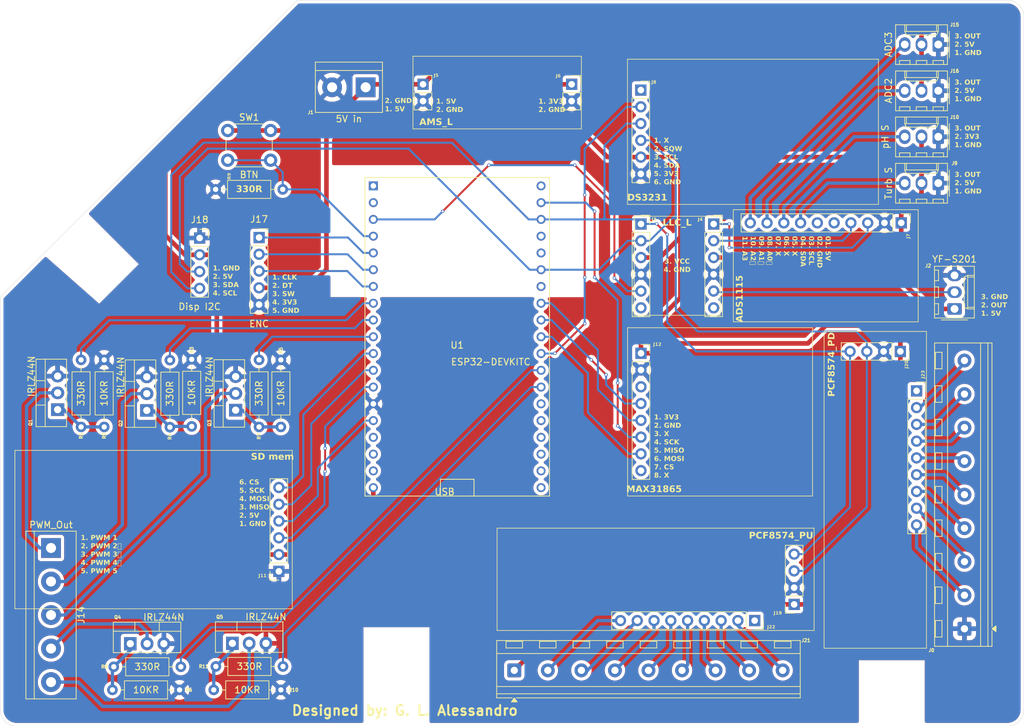
<source format=kicad_pcb>
(kicad_pcb (version 20241229) (generator "pcbnew") (generator_version "9.0")
  (layers (0 "F.Cu" signal) (2 "B.Cu" signal) (13 "F.Paste" user) (15 "B.Paste" user) (5 "F.SilkS" user "F.Silkscreen") (7 "B.SilkS" user "B.Silkscreen") (1 "F.Mask" user) (3 "B.Mask" user) (25 "Edge.Cuts" user))
  (net 0 "")
  (net 1 "/PCF_PD_7")
  (net 2 "/PCF_PD_4")
  (net 3 "+3V3")
  (net 4 "/PCF_PD_3")
  (net 5 "/PCF_PD_6")
  (net 6 "/PCF_PD_8")
  (net 7 "/PCF_PD_1")
  (net 8 "/PCF_PD_5")
  (net 9 "/PCF_PD_2")
  (net 10 "GND")
  (net 11 "+5V")
  (net 12 "/SDA_3V3")
  (net 13 "/SCL_3V3")
  (net 14 "/FM_DATA_3V3")
  (net 16 "/SDA")
  (net 17 "/SCL")
  (net 19 "/FM_DATA")
  (net 20 "/A1")
  (net 21 "/A3")
  (net 23 "/A2")
  (net 24 "/A0")
  (net 27 "/SQW")
  (net 28 "/SD_MOSI")
  (net 29 "/SD_MISO")
  (net 30 "/SD_CS")
  (net 31 "/SD_SCK")
  (net 32 "/RTD_SCK")
  (net 34 "/RTD_MOSI")
  (net 35 "/RTD_MISO")
  (net 36 "/RTD_CS")
  (net 38 "/PWM_12V_5")
  (net 39 "/PWM_12V_3")
  (net 40 "/PWM_12V_1")
  (net 41 "/PWM_12V_2")
  (net 42 "/PWM_12V_4")
  (net 43 "/ENC_SW")
  (net 44 "/ENC_DT")
  (net 45 "/ENC_CLK")
  (net 46 "/PCF_PU_3")
  (net 47 "/PCF_PU_7")
  (net 48 "/PCF_PU_4")
  (net 49 "/PCF_PU_5")
  (net 50 "/PCF_PU_2")
  (net 51 "/PCF_PU_8")
  (net 52 "/PCF_PU_1")
  (net 53 "/PCF_PU_6")
  (net 56 "Net-(Q1-G)")
  (net 57 "Net-(Q2-G)")
  (net 58 "Net-(Q3-G)")
  (net 59 "Net-(Q4-G)")
  (net 60 "Net-(Q5-G)")
  (net 61 "/PWM_1")
  (net 62 "/PWM_2")
  (net 63 "/PWM_3")
  (net 64 "/PWM_4")
  (net 65 "/BTN")
  (net 66 "/PWM_5")
  (footprint "Resistor_THT:R_Axial_DIN0207_L6.3mm_D2.5mm_P10.16mm_Horizontal" (layer "F.Cu") (at 102.66 140.95)
    (property "Reference" "R11")
    (property "Value" "330R")
  )
  (footprint "Package_TO_SOT_THT:TO-220-3_Vertical" (layer "F.Cu") (at 89.7 137.5)
    (property "Reference" "Q4")
    (property "Value" "IRLZ44N")
  )
  (footprint "Connector_PinSocket_2.54mm:PinSocket_1x04_P2.54mm_Vertical" (layer "F.Cu") (at 190.215 131.55 180)
    (property "Reference" "J19")
    (property "Value" "PCF8574_PU")
  )
  (footprint "MountingHole:MountingHole_3.2mm_M3" (layer "F.Cu") (at 205 145)
    (property "Reference" "H1" (hide yes))
    (property "Value" "-" (hide yes))
  )
  (footprint "Connector_Molex:Molex_KK-254_AE-6410-03A_1x03_P2.54mm_Vertical" (layer "F.Cu") (at 212.04 46.72 180)
    (property "Reference" "J15")
    (property "Value" "ADC3")
  )
  (footprint "TerminalBlock:TerminalBlock_bornier-2_P5.08mm" (layer "F.Cu") (at 125.34 53.2 180)
    (property "Reference" "J1")
    (property "Value" "5V in")
  )
  (footprint "Resistor_THT:R_Axial_DIN0207_L6.3mm_D2.5mm_P10.16mm_Horizontal" (layer "F.Cu") (at 112.5 94.5 -90)
    (property "Reference" "R5")
    (property "Value" "10KR")
  )
  (footprint "ESP32-DevkitC:ESP32-DEVKITC" (layer "F.Cu") (at 139.2 91)
    (property "Reference" "U1")
    (property "Value" "ESP32-DEVKITC")
  )
  (footprint "Resistor_THT:R_Axial_DIN0207_L6.3mm_D2.5mm_P10.16mm_Horizontal" (layer "F.Cu") (at 82.25 104.66 90)
    (property "Reference" "R1")
    (property "Value" "330R")
  )
  (footprint "Connector_PinSocket_2.54mm:PinSocket_1x06_P2.54mm_Vertical" (layer "F.Cu") (at 178.025 73.915)
    (property "Reference" "J4")
    (property "Value" "LLC_R" (hide yes))
  )
  (footprint "Button_Switch_THT:SW_PUSH_6mm" (layer "F.Cu") (at 104.45 59.75)
    (property "Reference" "SW1")
    (property "Value" "BTN")
  )
  (footprint "MountingHole:MountingHole_3.2mm_M3" (layer "F.Cu") (at 130 140)
    (property "Reference" "H2" (hide yes))
    (property "Value" "-" (hide yes))
  )
  (footprint "MountingHole:MountingHole_3.2mm_M3" (layer "F.Cu") (at 85 80)
    (property "Reference" "H3" (hide yes))
    (property "Value" "-" (hide yes))
  )
  (footprint "Connector_Molex:Molex_KK-254_AE-6410-03A_1x03_P2.54mm_Vertical" (layer "F.Cu") (at 214.5 86.78 90)
    (property "Reference" "J2")
    (property "Value" "YF-S201")
  )
  (footprint "Connector_PinHeader_2.54mm:PinHeader_1x10_P2.54mm_Vertical" (layer "F.Cu") (at 206.43 73.74 -90)
    (property "Reference" "J7")
    (property "Value" "ADS1115")
  )
  (footprint "Connector_PinSocket_2.54mm:PinSocket_1x04_P2.54mm_Vertical" (layer "F.Cu") (at 100.2 76.04)
    (property "Reference" "J18")
    (property "Value" "Disp I2C")
  )
  (footprint "Connector_PinSocket_2.54mm:PinSocket_1x06_P2.54mm_Vertical" (layer "F.Cu") (at 167.025 73.915)
    (property "Reference" "J3")
    (property "Value" "LLC_L")
  )
  (footprint "Resistor_THT:R_Axial_DIN0207_L6.3mm_D2.5mm_P10.16mm_Horizontal" (layer "F.Cu") (at 112.5 144.5 180)
    (property "Reference" "R10")
    (property "Value" "10KR")
  )
  (footprint "Connector_PinSocket_2.54mm:PinSocket_1x02_P2.54mm_Vertical" (layer "F.Cu") (at 134.025 52.75)
    (property "Reference" "J5")
    (property "Value" "AMS_L")
  )
  (footprint "Resistor_THT:R_Axial_DIN0207_L6.3mm_D2.5mm_P10.16mm_Horizontal" (layer "F.Cu") (at 87.2 141)
    (property "Reference" "R8")
    (property "Value" "330R")
  )
  (footprint "Resistor_THT:R_Axial_DIN0207_L6.3mm_D2.5mm_P10.16mm_Horizontal" (layer "F.Cu") (at 102.62 68.67)
    (property "Reference" "R9")
    (property "Value" "330R")
  )
  (footprint "Connector_PinSocket_2.54mm:PinSocket_1x08_P2.54mm_Vertical" (layer "F.Cu") (at 167.025 93.5)
    (property "Reference" "J12")
    (property "Value" "MAX31865")
  )
  (footprint "Resistor_THT:R_Axial_DIN0207_L6.3mm_D2.5mm_P10.16mm_Horizontal" (layer "F.Cu") (at 95.7 104.7 90)
    (property "Reference" "R4")
    (property "Value" "330R")
  )
  (footprint "Connector_PinSocket_2.54mm:PinSocket_1x04_P2.54mm_Vertical" (layer "F.Cu") (at 206.3 93.22 -90)
    (property "Reference" "J20")
    (property "Value" "PCF8574_PD")
  )
  (footprint "Connector_Molex:Molex_KK-254_AE-6410-03A_1x03_P2.54mm_Vertical" (layer "F.Cu") (at 212.04 67.72 180)
    (property "Reference" "J9")
    (property "Value" "Turb S")
  )
  (footprint "Connector_PinSocket_2.54mm:PinSocket_1x06_P2.54mm_Vertical" (layer "F.Cu") (at 167 53.62)
    (property "Reference" "J8")
    (property "Value" "DS3231")
  )
  (footprint "Connector_PinSocket_2.54mm:PinSocket_1x06_P2.54mm_Vertical" (layer "F.Cu") (at 112.2 126.54 180)
    (property "Reference" "J11")
    (property "Value" "SD mem")
  )
  (footprint "Connector_Molex:Molex_KK-254_AE-6410-03A_1x03_P2.54mm_Vertical" (layer "F.Cu") (at 212.04 60.7 180)
    (property "Reference" "J10")
    (property "Value" "pH S")
  )
  (footprint "TerminalBlock:TerminalBlock_bornier-5_P5.08mm" (layer "F.Cu") (at 77.7 123 -90)
    (property "Reference" "J14")
    (property "Value" "PWM_Out")
  )
  (footprint "Connector_PinSocket_2.54mm:PinSocket_1x09_P2.54mm_Vertical" (layer "F.Cu") (at 184.24 134 -90)
    (property "Reference" "J22")
    (property "Value" "PCF_PU_IO_PIN" (hide yes))
  )
  (footprint "Resistor_THT:R_Axial_DIN0207_L6.3mm_D2.5mm_P10.16mm_Horizontal" (layer "F.Cu") (at 97.16 144.5 180)
    (property "Reference" "R6")
    (property "Value" "10KR")
  )
  (footprint "Package_TO_SOT_THT:TO-220-3_Vertical" (layer "F.Cu") (at 78.7 102.04 90)
    (property "Reference" "Q1")
    (property "Value" "IRLZ44N")
  )
  (footprint "Connector_PinSocket_2.54mm:PinSocket_1x05_P2.54mm_Vertical" (layer "F.Cu") (at 109.2 75.96)
    (property "Reference" "J17")
    (property "Value" "ENC")
  )
  (footprint "Package_TO_SOT_THT:TO-220-3_Vertical" (layer "F.Cu") (at 105.65 102.12 90)
    (property "Reference" "Q3")
    (property "Value" "IRLZ44N")
  )
  (footprint "Resistor_THT:R_Axial_DIN0207_L6.3mm_D2.5mm_P10.16mm_Horizontal" (layer "F.Cu") (at 99 94.42 -90)
    (property "Reference" "R3")
    (property "Value" "10KR")
  )
  (footprint "Connector_PinSocket_2.54mm:PinSocket_1x09_P2.54mm_Vertical" (layer "F.Cu") (at 208.75 99.195)
    (property "Reference" "J23")
    (property "Value" "PCF_PD_IO_PIN" (hide yes))
  )
  (footprint "Resistor_THT:R_Axial_DIN0207_L6.3mm_D2.5mm_P10.16mm_Horizontal" (layer "F.Cu") (at 85.75 94.5 -90)
    (property "Reference" "R2")
    (property "Value" "10KR")
  )
  (footprint "Resistor_THT:R_Axial_DIN0207_L6.3mm_D2.5mm_P10.16mm_Horizontal" (layer "F.Cu") (at 109.2 104.66 90)
    (property "Reference" "R7")
    (property "Value" "330R")
  )
  (footprint "Package_TO_SOT_THT:TO-220-3_Vertical" (layer "F.Cu") (at 105.16 137.45)
    (property "Reference" "Q5")
    (property "Value" "IRLZ44N")
  )
  (footprint "Connector_Molex:Molex_KK-254_AE-6410-03A_1x03_P2.54mm_Vertical" (layer "F.Cu") (at 212.04 53.72 180)
    (property "Reference" "J16")
    (property "Value" "ADC2")
  )
  (footprint "Connector_PinSocket_2.54mm:PinSocket_1x02_P2.54mm_Vertical" (layer "F.Cu") (at 156.525 52.75)
    (property "Reference" "J6")
    (property "Value" "AMS_R" (hide yes))
  )
  (footprint "TerminalBlock_RND:TerminalBlock_RND_205-00239_1x09_P5.08mm_Horizontal" (layer "F.Cu") (at 216 135.24 90)
    (property "Reference" "J0")
    (property "Value" "PCF_PD_IO" (hide yes))
  )
  (footprint "TerminalBlock_RND:TerminalBlock_RND_205-00239_1x09_P5.08mm_Horizontal" (layer "F.Cu") (at 147.84 141.5425)
    (property "Reference" "J21")
    (property "Value" "PCF_PU_IO" (hide yes))
  )
  (footprint "Package_TO_SOT_THT:TO-220-3_Vertical" (layer "F.Cu") (at 92.2 102.16 90)
    (property "Reference" "Q2")
    (property "Value" "IRLZ44N")
  )
  (gr_line (start 158 59.5) (end 158 48.5) (stroke (width 0.1)) (layer "F.SilkS"))
  (gr_line (start 145.24 120) (end 145.24 135.5) (stroke (width 0.1)) (layer "F.SilkS"))
  (gr_line (start 164.975 48.945) (end 202.975 48.945) (stroke (width 0.1)) (layer "F.SilkS"))
  (gr_line (start 193 89.625) (end 193 115.125) (stroke (width 0.1)) (layer "F.SilkS"))
  (gr_line (start 114.225 108.215) (end 72.225 108.215) (stroke (width 0.1)) (layer "F.SilkS"))
  (gr_line (start 209 71.74) (end 209 88.74) (stroke (width 0.1)) (layer "F.SilkS"))
  (gr_line (start 165 89.625) (end 165 115.125) (stroke (width 0.1)) (layer "F.SilkS"))
  (gr_line (start 202.975 70.945) (end 164.975 70.945) (stroke (width 0.1)) (layer "F.SilkS"))
  (gr_line (start 210.25 138.195) (end 210.25 90.195) (stroke (width 0.1)) (layer "F.SilkS"))
  (gr_line (start 210.25 90.195) (end 194.75 90.195) (stroke (width 0.1)) (layer "F.SilkS"))
  (gr_line (start 145.24 135.5) (end 193.24 135.5) (stroke (width 0.1)) (layer "F.SilkS"))
  (gr_line (start 194.75 90.195) (end 194.75 138.195) (stroke (width 0.1)) (layer "F.SilkS"))
  (gr_line (start 193.24 135.5) (end 193.24 120) (stroke (width 0.1)) (layer "F.SilkS"))
  (gr_line (start 181 71.74) (end 181 88.74) (stroke (width 0.1)) (layer "F.SilkS"))
  (gr_line (start 165 115.125) (end 193 115.125) (stroke (width 0.1)) (layer "F.SilkS"))
  (gr_line (start 166 87.74) (end 179 87.74) (stroke (width 0.1)) (layer "F.SilkS"))
  (gr_line (start 193.24 120) (end 145.24 120) (stroke (width 0.1)) (layer "F.SilkS"))
  (gr_line (start 132.5 48.5) (end 158 48.5) (stroke (width 0.1)) (layer "F.SilkS"))
  (gr_line (start 132.5 59.5) (end 158 59.5) (stroke (width 0.1)) (layer "F.SilkS"))
  (gr_line (start 165 89.625) (end 193 89.625) (stroke (width 0.1)) (layer "F.SilkS"))
  (gr_line (start 194.75 138.195) (end 210.25 138.195) (stroke (width 0.1)) (layer "F.SilkS"))
  (gr_line (start 202.975 48.945) (end 202.975 70.945) (stroke (width 0.1)) (layer "F.SilkS"))
  (gr_line (start 72.225 108.215) (end 72.225 132.215) (stroke (width 0.1)) (layer "F.SilkS"))
  (gr_line (start 114.225 108.215) (end 114.225 132.215) (stroke (width 0.1)) (layer "F.SilkS"))
  (gr_line (start 164.975 48.945) (end 164.975 70.945) (stroke (width 0.1)) (layer "F.SilkS"))
  (gr_line (start 209 71.74) (end 181 71.74) (stroke (width 0.1)) (layer "F.SilkS"))
  (gr_line (start 179 87.74) (end 179 72.74) (stroke (width 0.1)) (layer "F.SilkS"))
  (gr_line (start 179 72.74) (end 166 72.74) (stroke (width 0.1)) (layer "F.SilkS"))
  (gr_line (start 209 88.74) (end 181 88.74) (stroke (width 0.1)) (layer "F.SilkS"))
  (gr_line (start 132.5 48.5) (end 132.5 59.5) (stroke (width 0.1)) (layer "F.SilkS"))
  (gr_line (start 166 72.74) (end 166 87.74) (stroke (width 0.1)) (layer "F.SilkS"))
  (gr_line (start 72.225 132.215) (end 114.225 132.215) (stroke (width 0.1)) (layer "F.SilkS"))
  (gr_line (start 225 147.5) (end 225 42.5) (stroke (width 0.05)) (layer "Edge.Cuts"))
  (gr_arc (start 225 147.5) (mid 224.267767 149.267767) (end 222.5 150) (stroke (width 0.05)) (layer "Edge.Cuts"))
  (gr_line (start 115 40) (end 70 85) (stroke (width 0.05)) (layer "Edge.Cuts"))
  (gr_arc (start 72.5 150) (mid 70.732233 149.267767) (end 70 147.5) (stroke (width 0.05)) (layer "Edge.Cuts"))
  (gr_line (start 70 85) (end 70 147.5) (stroke (width 0.05)) (layer "Edge.Cuts"))
  (gr_arc (start 222.5 40) (mid 224.267767 40.732233) (end 225 42.5) (stroke (width 0.05)) (layer "Edge.Cuts"))
  (gr_line (start 72.5 150) (end 222.5 150) (stroke (width 0.05)) (layer "Edge.Cuts"))
  (gr_line (start 222.5 40) (end 115 40) (stroke (width 0.05)) (layer "Edge.Cuts"))
  (gr_text "1. X\n2. SQW\n3. SCL\n4. SDA\n5. 3V3\n6. GND" (at 168.975 64.445 0) (layer "F.SilkS") (effects (font (size 0.75 0.75)) (justify left)))
  (gr_text "01. 5V\n02. GND\n03. SCL\n04. SDA\n05. X\n06. X\n07. X\n08. A0\r\n09. A1\r\n10. A2\r\n11. A3" (at 189 75.74 270) (layer "F.SilkS") (effects (font (size 0.75 0.75)) (justify left)))
  (gr_text "2. GND\n1. 5V" (at 128.24 55.9 0) (layer "F.SilkS") (effects (font (size 0.75 0.75)) (justify left)))
  (gr_text "3. OUT\n2. 5V\n1. GND" (at 214.5 67.72 0) (layer "F.SilkS") (effects (font (size 0.75 0.75)) (justify left)))
  (gr_text "1. 5V\n2. GND" (at 136 56 0) (layer "F.SilkS") (effects (font (size 0.75 0.75)) (justify left)))
  (gr_text "1. 3V3\n2. GND\n3. X\n4. SCK\n5. MISO\n6. MOSI\n7. CS\n8. X" (at 169 107.625 0) (layer "F.SilkS") (effects (font (size 0.75 0.75)) (justify left)))
  (gr_text "1. PWM 1\n2. PWM 2\r\n3. PWM 3\r\n4. PWM 4\r\n5. PWM 5" (at 82.2 124 0) (layer "F.SilkS") (effects (font (size 0.75 0.75)) (justify left)))
  (gr_text "Designed by: G. L. Alessandro" (at 114 148.5 0) (layer "F.SilkS") (effects (font (size 1.5 1.5) (thickness 0.3) (bold yes)) (justify left bottom)))
  (gr_text "3. OUT\n2. 5V\n1. GND" (at 214.5 53.74 0) (layer "F.SilkS") (effects (font (size 0.75 0.75)) (justify left)))
  (gr_text "1. CLK\n2. DT\n3. SW\n4. 3V3\n5. GND" (at 111.2 84.54 0) (layer "F.SilkS") (effects (font (size 0.75 0.75)) (justify left)))
  (gr_text "1. GND\n2. 5V\n3. SDA\n4. SCL" (at 102.2 82.54 0) (layer "F.SilkS") (effects (font (size 0.75 0.75)) (justify left)))
  (gr_text "3. GND\n2. OUT\n1. 5V" (at 218.5 86.24 0) (layer "F.SilkS") (effects (font (size 0.75 0.75)) (justify left)))
  (gr_text "3. OUT\n2. 3V3\n1. GND\n" (at 214.5 60.7 0) (layer "F.SilkS") (effects (font (size 0.75 0.75)) (justify left)))
  (gr_text "3. VCC\n4. GND" (at 172.5 80.24 0) (layer "F.SilkS") (effects (font (size 0.75 0.75))))
  (gr_text "6. CS\n5. SCK\n4. MOSI\n3. MISO\r\n2. 5V\n1. GND" (at 106.2 116.215 0) (layer "F.SilkS") (effects (font (size 0.75 0.75)) (justify left)))
  (gr_text "3. OUT\n2. 5V\n1. GND" (at 214.5 46.74 0) (layer "F.SilkS") (effects (font (size 0.75 0.75)) (justify left)))
  (gr_text "1. 3V3\n2. GND" (at 151.5 56 0) (layer "F.SilkS") (effects (font (size 0.75 0.75)) (justify left)))
  (segment (start 216 124.225) (end 208.75 116.975) (width 0.5) (layer "B.Cu") (net 1))
  (segment (start 216 125.08) (end 216 124.225) (width 0.5) (layer "B.Cu") (net 1))
  (segment (start 215.515 109.355) (end 208.75 109.355) (width 0.5) (layer "B.Cu") (net 2))
  (segment (start 216 109.84) (end 215.515 109.355) (width 0.5) (layer "B.Cu") (net 2))
  (segment (start 206.3 93.22) (end 206.3 117.5) (width 0.7) (layer "F.Cu") (net 3))
  (segment (start 173 64.6) (end 173 64.58) (width 0.7) (layer "F.Cu") (net 3))
  (segment (start 161.98 63.78) (end 157.95 59.75) (width 0.7) (layer "F.Cu") (net 3))
  (segment (start 104.45 59.75) (end 110.95 59.75) (width 0.7) (layer "F.Cu") (net 3))
  (segment (start 141.6 59.75) (end 140.55 59.75) (width 0.7) (layer "F.Cu") (net 3))
  (segment (start 168.5 93.5) (end 170 92) (width 0.7) (layer "F.Cu") (net 3))
  (segment (start 195 89.3) (end 204.1 89.3) (width 0.7) (layer "F.Cu") (net 3))
  (segment (start 192.25 131.55) (end 190.215 131.55) (width 0.7) (layer "F.Cu") (net 3))
  (segment (start 173 64.6) (end 173 63.78) (width 0.7) (layer "F.Cu") (net 3))
  (segment (start 173 85.1) (end 167.025 91.075) (width 0.7) (layer "F.Cu") (net 3))
  (segment (start 204.1 89.3) (end 206.3 91.5) (width 0.7) (layer "F.Cu") (net 3))
  (segment (start 119.45 60.7) (end 120.4 59.75) (width 0.7) (layer "F.Cu") (net 3))
  (segment (start 167.025 91.075) (end 167.025 93.5) (width 0.7) (layer "F.Cu") (net 3))
  (segment (start 119.4 60.7) (end 119.4 59.75) (width 0.7) (layer "F.Cu") (net 3))
  (segment (start 118.5 59.75) (end 119.4 59.75) (width 0.7) (layer "F.Cu") (net 3))
  (segment (start 209.5 63) (end 208.72 63.78) (width 0.7) (layer "F.Cu") (net 3))
  (segment (start 119.45 60.7) (end 118.5 59.75) (width 0.7) (layer "F.Cu") (net 3))
  (segment (start 171.78 63.78) (end 167 63.78) (width 0.7) (layer "F.Cu") (net 3))
  (segment (start 209.5 60.7) (end 209.5 63) (width 0.7) (layer "F.Cu") (net 3))
  (segment (start 167.025 78.995) (end 169.905 78.995) (width 0.7) (layer "F.Cu") (net 3))
  (segment (start 141.65 59.2) (end 141.65 59.7) (width 0.7) (layer "F.Cu") (net 3))
  (segment (start 190.215 131.55) (end 157.8325 131.55) (width 0.7) (layer "F.Cu") (net 3))
  (segment (start 157.95 59.75) (end 142.3 59.75) (width 0.7) (layer "F.Cu") (net 3))
  (segment (start 167 63.78) (end 161.98 63.78) (width 0.7) (layer "F.Cu") (net 3))
  (segment (start 192.9 130.9) (end 192.25 131.55) (width 0.7) (layer "F.Cu") (net 3))
  (segment (start 173 64.58) (end 172.2 63.78) (width 0.7) (layer "F.Cu") (net 3))
  (segment (start 173 75.9) (end 173 64.6) (width 0.7) (layer "F.Cu") (net 3))
  (segment (start 141.65 59.7) (end 141.6 59.75) (width 0.7) (layer "F.Cu") (net 3))
  (segment (start 173.8 63.78) (end 172.2 63.78) (width 0.7) (layer "F.Cu") (net 3))
  (segment (start 206.3 117.5) (end 192.9 130.9) (width 0.7) (layer "F.Cu") (net 3))
  (segment (start 173 64.58) (end 173.8 63.78) (width 0.7) (layer "F.Cu") (net 3))
  (segment (start 172.2 63.78) (end 171.78 63.78) (width 0.7) (layer "F.Cu") (net 3))
  (segment (start 142.3 59.75) (end 141.6 59.75) (width 0.7) (layer "F.Cu") (net 3))
  (segment (start 116.62 83.58) (end 119.4 80.8) (width 0.7) (layer "F.Cu") (net 3))
  (segment (start 141.65 59.2) (end 142.2 59.75) (width 0.7) (layer "F.Cu") (net 3))
  (segment (start 141.65 58.65) (end 141.65 59.2) (width 0.7) (layer "F.Cu") (net 3))
  (segment (start 147.55 52.75) (end 141.65 58.65) (width 0.7) (layer "F.Cu") (net 3))
  (segment (start 119.4 80.8) (end 119.4 60.7) (width 0.7) (layer "F.Cu") (net 3))
  (segment (start 142.2 59.75) (end 142.3 59.75) (width 0.7) (layer "F.Cu") (net 3))
  (segment (start 167.025 93.5) (end 168.5 93.5) (width 0.7) (layer "F.Cu") (net 3))
  (segment (start 208.72 63.78) (end 173.8 63.78) (width 0.7) (layer "F.Cu") (net 3))
  (segment (start 120.4 59.75) (end 140.55 59.75) (width 0.7) (layer "F.Cu") (net 3))
  (segment (start 169.905 78.995) (end 173 75.9) (width 0.7) (layer "F.Cu") (net 3))
  (segment (start 206.3 91.5) (end 206.3 93.22) (width 0.7) (layer "F.Cu") (net 3))
  (segment (start 192.3 92) (end 195 89.3) (width 0.7) (layer "F.Cu") (net 3))
  (segment (start 141.65 58.65) (end 140.55 59.75) (width 0.7) (layer "F.Cu") (net 3))
  (segment (start 156.525 52.75) (end 147.55 52.75) (width 0.7) (layer "F.Cu") (net 3))
  (segment (start 157.8325 131.55) (end 147.84 141.5425) (width 0.7) (layer "F.Cu") (net 3))
  (segment (start 110.95 59.75) (end 118.5 59.75) (width 0.7) (layer "F.Cu") (net 3))
  (segment (start 173 75.9) (end 173 85.1) (width 0.7) (layer "F.Cu") (net 3))
  (segment (start 119.4 59.75) (end 120.4 59.75) (width 0.7) (layer "F.Cu") (net 3))
  (segment (start 170 92) (end 192.3 92) (width 0.7) (layer "F.Cu") (net 3))
  (segment (start 109.2 83.58) (end 116.62 83.58) (width 0.7) (layer "F.Cu") (net 3))
  (segment (start 119.4 60.7) (end 119.45 60.7) (width 0.7) (layer "F.Cu") (net 3))
  (segment (start 208.75 106.815) (end 213.945 106.815) (width 0.5) (layer "B.Cu") (net 4))
  (segment (start 213.945 106.815) (end 216 104.76) (width 0.5) (layer "B.Cu") (net 4))
  (segment (start 210.435 114.435) (end 208.75 114.435) (width 0.5) (layer "B.Cu") (net 5))
  (segment (start 216 120) (end 210.435 114.435) (width 0.5) (layer "B.Cu") (net 5))
  (segment (start 208.75 119.515) (end 208.75 122.91) (width 0.5) (layer "B.Cu") (net 6))
  (segment (start 208.75 122.91) (end 216 130.16) (width 0.5) (layer "B.Cu") (net 6))
  (segment (start 209.265 101.735) (end 216 95) (width 0.5) (layer "B.Cu") (net 7))
  (segment (start 208.75 101.735) (end 209.265 101.735) (width 0.5) (layer "B.Cu") (net 7))
  (segment (start 216 95) (end 216 94.6) (width 0.5) (layer "B.Cu") (net 7))
  (segment (start 212.975 111.895) (end 208.75 111.895) (width 0.5) (layer "B.Cu") (net 8))
  (segment (start 216 114.92) (end 212.975 111.895) (width 0.5) (layer "B.Cu") (net 8))
  (segment (start 211.405 104.275) (end 216 99.68) (width 0.5) (layer "B.Cu") (net 9))
  (segment (start 208.75 104.275) (end 211.405 104.275) (width 0.5) (layer "B.Cu") (net 9))
  (segment (start 102.8 79.6) (end 101.78 78.58) (width 0.7) (layer "F.Cu") (net 11))
  (segment (start 102.5 56.9) (end 121.64 56.9) (width 0.7) (layer "F.Cu") (net 11))
  (segment (start 215.7 44.6) (end 214 42.9) (width 0.7) (layer "F.Cu") (net 11))
  (segment (start 125.79 52.75) (end 125.34 53.2) (width 0.7) (layer "F.Cu") (net 11))
  (segment (start 101.78 78.58) (end 100.2 78.58) (width 0.7) (layer "F.Cu") (net 11))
  (segment (start 211.6 64.2) (end 213.8 64.2) (width 0.7) (layer "F.Cu") (net 11))
  (segment (start 112.2 124) (end 110.3 124) (width 0.7) (layer "F.Cu") (net 11))
  (segment (start 112.2 124) (end 118.8 124) (width 0.7) (layer "F.Cu") (net 11))
  (segment (start 215.7 62.3) (end 215.7 44.6) (width 0.7) (layer "F.Cu") (net 11))
  (segment (start 206.43 75.47) (end 203.45 78.45) (width 0.7) (layer "F.Cu") (net 11))
  (segment (start 121.64 56.9) (end 125.34 53.2) (width 0.7) (layer "F.Cu") (net 11))
  (segment (start 209.5 43.6) (end 210.2 42.9) (width 0.7) (layer "F.Cu") (net 11))
  (segment (start 209.5 67.72) (end 209.5 69.3) (width 0.7) (layer "F.Cu") (net 11))
  (segment (start 208.8 42.9) (end 143.875 42.9) (width 0.7) (layer "F.Cu") (net 11))
  (segment (start 209.5 46.72) (end 209.5 53.72) (width 0.7) (layer "F.Cu") (net 11))
  (segment (start 203.45 78.45) (end 202.905 78.995) (width 0.7) (layer "F.Cu") (net 11))
  (segment (start 210.2 42.9) (end 209.5 42.9) (width 0.7) (layer "F.Cu") (net 11))
  (segment (start 210.69 86.78) (end 203.455 79.545) (width 0.7) (layer "F.Cu") (net 11))
  (segment (start 209.5 42.9) (end 208.8 42.9) (width 0.7) (layer "F.Cu") (net 11))
  (segment (start 102.8 116.5) (end 102.8 79.6) (width 0.7) (layer "F.Cu") (net 11))
  (segment (start 97.98 78.58) (end 95 75.6) (width 0.7) (layer "F.Cu") (net 11))
  (segment (start 110.3 124) (end 102.8 116.5) (width 0.7) (layer "F.Cu") (net 11))
  (segment (start 203.455 79.545) (end 202.905 78.995) (width 0.7) (layer "F.Cu") (net 11))
  (segment (start 202.905 78.995) (end 178.025 78.995) (width 0.7) (layer "F.Cu") (net 11))
  (segment (start 126.5 116.3) (end 126.5 113.86) (width 0.7) (layer "F.Cu") (net 11))
  (segment (start 143.875 42.9) (end 134.025 52.75) (width 0.7) (layer "F.Cu") (net 11))
  (segment (start 209.5 43.6) (end 208.8 42.9) (width 0.7) (layer "F.Cu") (net 11))
  (segment (start 209.5 42.9) (end 209.5 43.6) (width 0.7) (layer "F.Cu") (net 11))
  (segment (start 206.43 73.74) (end 206.43 75.47) (width 0.7) (layer "F.Cu") (net 11))
  (segment (start 209.5 69.3) (end 206.43 72.37) (width 0.7) (layer "F.Cu") (net 11))
  (segment (start 213.8 64.2) (end 215.7 62.3) (width 0.7) (layer "F.Cu") (net 11))
  (segment (start 95 64.4) (end 102.5 56.9) (width 0.7) (layer "F.Cu") (net 11))
  (segment (start 209.5 67.72) (end 209.5 66.3) (width 0.7) (layer "F.Cu") (net 11))
  (segment (start 206.43 72.37) (end 206.43 73.74) (width 0.7) (layer "F.Cu") (net 11))
  (segment (start 95 75.6) (end 95 64.4) (width 0.7) (layer "F.Cu") (net 11))
  (segment (start 214.5 86.78) (end 210.69 86.78) (width 0.7) (layer "F.Cu") (net 11))
  (segment (start 134.025 52.75) (end 125.79 52.75) (width 0.7) (layer "F.Cu") (net 11))
  (segment (start 100.2 78.58) (end 97.98 78.58) (width 0.7) (layer "F.Cu") (net 11))
  (segment (start 203.45 78.45) (end 203.45 79.54) (width 0.7) (layer "F.Cu") (net 11))
  (segment (start 209.5 66.3) (end 211.6 64.2) (width 0.7) (layer "F.Cu") (net 11))
  (segment (start 203.45 79.54) (end 203.455 79.545) (width 0.7) (layer "F.Cu") (net 11))
  (segment (start 118.8 124) (end 126.5 116.3) (width 0.7) (layer "F.Cu") (net 11))
  (segment (start 214 42.9) (end 210.2 42.9) (width 0.7) (layer "F.Cu") (net 11))
  (segment (start 209.5 43.6) (end 209.5 46.72) (width 0.7) (layer "F.Cu") (net 11))
  (segment (start 151.9 80.84) (end 160.65 80.84) (width 0.3) (layer "B.Cu") (net 12))
  (segment (start 175.6 90.2) (end 172.3 86.9) (width 0.3) (layer "B.Cu") (net 12))
  (segment (start 131.83115 62.5) (end 101.4 62.5) (width 0.3) (layer "B.Cu") (net 12))
  (segment (start 160.65 80.84) (end 165.035 76.455) (width 0.3) (layer "B.Cu") (net 12))
  (segment (start 165.035 76.455) (end 167.025 76.455) (width 0.3) (layer "B.Cu") (net 12))
  (segment (start 201.22 93.22) (end 201.22 91.82) (width 0.3) (layer "B.Cu") (net 12))
  (segment (start 171.8 73) (end 168.345 76.455) (width 0.3) (layer "B.Cu") (net 12))
  (segment (start 151.9 80.84) (end 150.17115 80.84) (width 0.3) (layer "B.Cu") (net 12))
  (segment (start 167 61.24) (end 168.34 61.24) (width 0.3) (layer "B.Cu") (net 12))
  (segment (start 191.53 126.47) (end 190.215 126.47) (width 0.3) (layer "B.Cu") (net 12))
  (segment (start 201.22 93.22) (end 201.22 116.78) (width 0.3) (layer "B.Cu") (net 12))
  (segment (start 98.32 81.12) (end 100.2 81.12) (width 0.3) (layer "B.Cu") (net 12))
  (segment (start 201.22 116.78) (end 191.53 126.47) (width 0.3) (layer "B.Cu") (net 12))
  (segment (start 172.3 65.2) (end 172.3 72.5) (width 0.3) (layer "B.Cu") (net 12))
  (segment (start 97.2 66.7) (end 97.2 80) (width 0.3) (layer "B.Cu") (net 12))
  (segment (start 97.2 80) (end 98.32 81.12) (width 0.3) (layer "B.Cu") (net 12))
  (segment (start 168.345 76.455) (end 167.025 76.455) (width 0.3) (layer "B.Cu") (net 12))
  (segment (start 172.3 73) (end 172.1 73) (width 0.3) (layer "B.Cu") (net 12))
  (segment (start 172.3 73.2) (end 172.3 73) (width 0.3) (layer "B.Cu") (net 12))
  (segment (start 150.17115 80.84) (end 131.83115 62.5) (width 0.3) (layer "B.Cu") (net 12))
  (segment (start 172.3 73) (end 172.3 72.5) (width 0.3) (layer "B.Cu") (net 12))
  (segment (start 172.1 73) (end 172.3 73.2) (width 0.3) (layer "B.Cu") (net 12))
  (segment (start 172.3 72.5) (end 171.8 73) (width 0.3) (layer "B.Cu") (net 12))
  (segment (start 168.34 61.24) (end 172.3 65.2) (width 0.3) (layer "B.Cu") (net 12))
  (segment (start 201.22 91.82) (end 199.6 90.2) (width 0.3) (layer "B.Cu") (net 12))
  (segment (start 172.3 86.9) (end 172.3 73.2) (width 0.3) (layer "B.Cu") (net 12))
  (segment (start 101.4 62.5) (end 97.2 66.7) (width 0.3) (layer "B.Cu") (net 12))
  (segment (start 199.6 90.2) (end 175.6 90.2) (width 0.3) (layer "B.Cu") (net 12))
  (segment (start 172.1 73) (end 171.8 73) (width 0.3) (layer "B.Cu") (net 12))
  (segment (start 171 75.5) (end 169.4 73.9) (width 0.3) (layer "F.Cu") (net 13))
  (via (at 169.4 73.9) (size 0.5) (drill 0.3) (layers "F.Cu" "B.Cu") (net 13))
  (via (at 171 75.5) (size 0.5) (drill 0.3) (layers "F.Cu" "B.Cu") (net 13))
  (segment (start 150.02 73.22) (end 138.4 61.6) (width 0.3) (layer "B.Cu") (net 13))
  (segment (start 191.57 123.93) (end 198.68 116.82) (width 0.3) (layer "B.Cu") (net 13))
  (segment (start 169.4 73.9) (end 167.04 73.9) (width 0.3) (layer "B.Cu") (net 13))
  (segment (start 161.5 72.92) (end 161.2 73.22) (width 0.3) (layer "B.Cu") (net 13))
  (segment (start 190.215 123.93) (end 191.57 123.93) (width 0.3) (layer "B.Cu") (net 13))
  (segment (start 151.9 73.22) (end 150.02 73.22) (width 0.3) (layer "B.Cu") (net 13))
  (segment (start 167 58.7) (end 164.8 58.7) (width 0.3) (layer "B.Cu") (net 13))
  (segment (start 167.025 73.915) (end 166.33 73.22) (width 0.3) (layer "B.Cu") (net 13))
  (segment (start 161.2 73.22) (end 151.9 73.22) (width 0.3) (layer "B.Cu") (net 13))
  (segment (start 167.04 73.9) (end 167.025 73.915) (width 0.3) (layer "B.Cu") (net 13))
  (segment (start 161.5 72.9) (end 161.5 73.22) (width 0.3) (layer "B.Cu") (net 13))
  (segment (start 95.9 81.2) (end 98.36 83.66) (width 0.3) (layer "B.Cu") (net 13))
  (segment (start 198.68 93.22) (end 175.387215 93.22) (width 0.3) (layer "B.Cu") (net 13))
  (segment (start 98.36 83.66) (end 100.2 83.66) (width 0.3) (layer "B.Cu") (net 13))
  (segment (start 198.68 116.82) (end 198.68 93.22) (width 0.3) (layer "B.Cu") (net 13))
  (segment (start 161.5 73.22) (end 161.2 73.22) (width 0.3) (layer "B.Cu") (net 13))
  (segment (start 166.33 73.22) (end 163 73.22) (width 0.3) (layer "B.Cu") (net 13))
  (segment (start 161.5 72.9) (end 161.5 72.92) (width 0.3) (layer "B.Cu") (net 13))
  (segment (start 161.5 62) (end 161.5 72.9) (width 0.3) (layer "B.Cu") (net 13))
  (segment (start 175.387215 93.22) (end 171 88.832785) (width 0.3) (layer "B.Cu") (net 13))
  (segment (start 171 88.832785) (end 171 75.5) (width 0.3) (layer "B.Cu") (net 13))
  (segment (start 161.8 73.22) (end 161.5 73.22) (width 0.3) (layer "B.Cu") (net 13))
  (segment (start 138.4 61.6) (end 100.8 61.6) (width 0.3) (layer "B.Cu") (net 13))
  (segment (start 164.8 58.7) (end 161.5 62) (width 0.3) (layer "B.Cu") (net 13))
  (segment (start 95.9 66.5) (end 95.9 81.2) (width 0.3) (layer "B.Cu") (net 13))
  (segment (start 100.8 61.6) (end 95.9 66.5) (width 0.3) (layer "B.Cu") (net 13))
  (segment (start 163 73.22) (end 161.8 73.22) (width 0.3) (layer "B.Cu") (net 13))
  (segment (start 161.8 73.22) (end 161.8 73.2) (width 0.3) (layer "B.Cu") (net 13))
  (segment (start 161.8 73.2) (end 161.5 72.9) (width 0.3) (layer "B.Cu") (net 13))
  (segment (start 163 82.1) (end 163 71) (width 0.3) (layer "F.Cu") (net 14))
  (segment (start 144 65) (end 137 72) (width 0.3) (layer "F.Cu") (net 14))
  (segment (start 163 71) (end 157 65) (width 0.3) (layer "F.Cu") (net 14))
  (via (at 157 65) (size 0.5) (drill 0.3) (layers "F.Cu" "B.Cu") (net 14))
  (via (at 137 72) (size 0.5) (drill 0.3) (layers "F.Cu" "B.Cu") (net 14))
  (via (at 144 65) (size 0.5) (drill 0.3) (layers "F.Cu" "B.Cu") (net 14))
  (via (at 163 82.1) (size 0.5) (drill 0.3) (layers "F.Cu" "B.Cu") (net 14))
  (segment (start 164.975 84.075) (end 163 82.1) (width 0.3) (layer "B.Cu") (net 14))
  (segment (start 157 65) (end 144 65) (width 0.3) (layer "B.Cu") (net 14))
  (segment (start 137 72) (end 135.78 73.22) (width 0.3) (layer "B.Cu") (net 14))
  (segment (start 135.78 73.22) (end 126.5 73.22) (width 0.3) (layer "B.Cu") (net 14))
  (segment (start 167.025 84.075) (end 164.975 84.075) (width 0.3) (layer "B.Cu") (net 14))
  (segment (start 178.025 76.455) (end 197.545 76.455) (width 0.3) (layer "B.Cu") (net 16))
  (segment (start 197.545 76.455) (end 198.81 75.19) (width 0.3) (layer "B.Cu") (net 16))
  (segment (start 198.81 75.19) (end 198.81 73.74) (width 0.3) (layer "B.Cu") (net 16))
  (segment (start 180.4 73.9) (end 180.4 77.5) (width 0.3) (layer "F.Cu") (net 17))
  (via (at 180.4 77.5) (size 0.5) (drill 0.3) (layers "F.Cu" "B.Cu") (net 17))
  (via (at 180.4 73.9) (size 0.5) (drill 0.3) (layers "F.Cu" "B.Cu") (net 17))
  (segment (start 201.35 75.15) (end 201.35 73.74) (width 0.3) (layer "B.Cu") (net 17))
  (segment (start 180.4 77.5) (end 199 77.5) (width 0.3) (layer "B.Cu") (net 17))
  (segment (start 199 77.5) (end 201.35 75.15) (width 0.3) (layer "B.Cu") (net 17))
  (segment (start 178.025 73.915) (end 180.385 73.915) (width 0.3) (layer "B.Cu") (net 17))
  (segment (start 180.385 73.915) (end 180.4 73.9) (width 0.3) (layer "B.Cu") (net 17))
  (segment (start 214.5 84.24) (end 178.19 84.24) (width 0.3) (layer "B.Cu") (net 19))
  (segment (start 178.19 84.24) (end 178.025 84.075) (width 0.3) (layer "B.Cu") (net 19))
  (segment (start 206.96 60.7) (end 199.3 60.7) (width 0.5) (layer "B.Cu") (net 20))
  (segment (start 199.3 60.7) (end 188.65 71.35) (width 0.5) (layer "B.Cu") (net 20))
  (segment (start 188.65 71.35) (end 188.65 73.74) (width 0.5) (layer "B.Cu") (net 20))
  (segment (start 183.57 73.74) (end 183.57 69.93) (width 0.5) (layer "B.Cu") (net 21))
  (segment (start 206.78 46.72) (end 206.96 46.72) (width 0.5) (layer "B.Cu") (net 21))
  (segment (start 183.57 69.93) (end 206.78 46.72) (width 0.5) (layer "B.Cu") (net 21))
  (segment (start 186.11 70.39) (end 186.11 73.74) (width 0.5) (layer "B.Cu") (net 23))
  (segment (start 206.96 53.72) (end 202.78 53.72) (width 0.5) (layer "B.Cu") (net 23))
  (segment (start 202.78 53.72) (end 186.11 70.39) (width 0.5) (layer "B.Cu") (net 23))
  (segment (start 206.96 67.72) (end 195.28 67.72) (width 0.5) (layer "B.Cu") (net 24))
  (segment (start 191.19 71.81) (end 191.19 73.74) (width 0.5) (layer "B.Cu") (net 24))
  (segment (start 195.28 67.72) (end 191.19 71.81) (width 0.5) (layer "B.Cu") (net 24))
  (segment (start 154 93.5) (end 158.5 89) (width 0.3) (layer "F.Cu") (net 27))
  (segment (start 158.5 82) (end 158.5 69.5) (width 0.3) (layer "F.Cu") (net 27))
  (via (at 158.5 82) (size 0.5) (drill 0.3) (layers "F.Cu" "B.Cu") (net 27))
  (via (at 154 93.5) (size 0.5) (drill 0.3) (layers "F.Cu" "B.Cu") (net 27))
  (via (at 158.5 89) (size 0.5) (drill 0.3) (layers "F.Cu" "B.Cu") (net 27))
  (via (at 158.5 69.5) (size 0.5) (drill 0.3) (layers "F.Cu" "B.Cu") (net 27))
  (segment (start 158.5 89) (end 158.5 82) (width 0.3) (layer "B.Cu") (net 27))
  (segment (start 151.9 93.54) (end 153.96 93.54) (width 0.3) (layer "B.Cu") (net 27))
  (segment (start 158.5 62.5) (end 164.84 56.16) (width 0.3) (layer "B.Cu") (net 27))
  (segment (start 164.84 56.16) (end 167 56.16) (width 0.3) (layer "B.Cu") (net 27))
  (segment (start 158.5 69.5) (end 158.5 62.5) (width 0.3) (layer "B.Cu") (net 27))
  (segment (start 153.96 93.54) (end 154 93.5) (width 0.3) (layer "B.Cu") (net 27))
  (segment (start 118.1 110.9) (end 125.3 103.7) (width 0.3) (layer "B.Cu") (net 28))
  (segment (start 114.28 118.92) (end 118.1 115.1) (width 0.3) (layer "B.Cu") (net 28))
  (segment (start 125.3 103.7) (end 126.5 103.7) (width 0.3) (layer "B.Cu") (net 28))
  (segment (start 112.2 118.92) (end 114.28 118.92) (width 0.3) (layer "B.Cu") (net 28))
  (segment (start 118.1 115.1) (end 118.1 110.9) (width 0.3) (layer "B.Cu") (net 28))
  (segment (start 119.2 111.4) (end 119.2 107.9) (width 0.3) (layer "F.Cu") (net 29))
  (via (at 119.2 111.4) (size 0.5) (drill 0.3) (layers "F.Cu" "B.Cu") (net 29))
  (via (at 119.2 107.9) (size 0.5) (drill 0.3) (layers "F.Cu" "B.Cu") (net 29))
  (segment (start 119.2 107.9) (end 119.2 104.6) (width 0.3) (layer "B.Cu") (net 29))
  (segment (start 125.18 98.62) (end 126.5 98.62) (width 0.3) (layer "B.Cu") (net 29))
  (segment (start 119.2 104.6) (end 125.18 98.62) (width 0.3) (layer "B.Cu") (net 29))
  (segment (start 114.04 121.46) (end 119.1 116.4) (width 0.3) (layer "B.Cu") (net 29))
  (segment (start 119.1 111.5) (end 119.2 111.4) (width 0.3) (layer "B.Cu") (net 29))
  (segment (start 119.1 116.4) (end 119.1 111.5) (width 0.3) (layer "B.Cu") (net 29))
  (segment (start 112.2 121.46) (end 114.04 121.46) (width 0.3) (layer "B.Cu") (net 29))
  (segment (start 114.16 113.84) (end 112.2 113.84) (width 0.3) (layer "B.Cu") (net 30))
  (segment (start 125.16 93.54) (end 115.9 102.8) (width 0.3) (layer "B.Cu") (net 30))
  (segment (start 126.5 93.54) (end 125.16 93.54) (width 0.3) (layer "B.Cu") (net 30))
  (segment (start 115.9 112.1) (end 114.16 113.84) (width 0.3) (layer "B.Cu") (net 30))
  (segment (start 115.9 102.8) (end 115.9 112.1) (width 0.3) (layer "B.Cu") (net 30))
  (segment (start 112.2 116.38) (end 114.22 116.38) (width 0.3) (layer "B.Cu") (net 31))
  (segment (start 117.1 113.5) (end 117.1 104.2) (width 0.3) (layer "B.Cu") (net 31))
  (segment (start 114.22 116.38) (end 117.1 113.5) (width 0.3) (layer "B.Cu") (net 31))
  (segment (start 125.22 96.08) (end 126.5 96.08) (width 0.3) (layer "B.Cu") (net 31))
  (segment (start 117.1 104.2) (end 125.22 96.08) (width 0.3) (layer "B.Cu") (net 31))
  (segment (start 159.5 94.5) (end 161.75 96.75) (width 0.3) (layer "F.Cu") (net 32))
  (via (at 161.75 96.75) (size 0.5) (drill 0.3) (layers "F.Cu" "B.Cu") (net 32))
  (via (at 159.5 94.5) (size 0.5) (drill 0.3) (layers "F.Cu" "B.Cu") (net 32))
  (segment (start 159.5 94.5) (end 153.46 88.46) (width 0.3) (layer "B.Cu") (net 32))
  (segment (start 164.62 101.12) (end 167.025 101.12) (width 0.3) (layer "B.Cu") (net 32))
  (segment (start 161.75 96.75) (end 161.75 98.25) (width 0.3) (layer "B.Cu") (net 32))
  (segment (start 161.75 98.25) (end 164.62 101.12) (width 0.3) (layer "B.Cu") (net 32))
  (segment (start 153.46 88.46) (end 151.9 88.46) (width 0.3) (layer "B.Cu") (net 32))
  (segment (start 163.5 104.5) (end 163.5 98) (width 0.3) (layer "F.Cu") (net 34))
  (segment (start 160 72) (end 160 82) (width 0.3) (layer "F.Cu") (net 34))
  (via (at 160 82) (size 0.5) (drill 0.3) (layers "F.Cu" "B.Cu") (net 34))
  (via (at 160 72) (size 0.5) (drill 0.3) (layers "F.Cu" "B.Cu") (net 34))
  (via (at 163.5 98) (size 0.5) (drill 0.3) (layers "F.Cu" "B.Cu") (net 34))
  (via (at 163.5 104.5) (size 0.5) (drill 0.3) (layers "F.Cu" "B.Cu") (net 34))
  (segment (start 167.025 106.2) (end 165.2 106.2) (width 0.3) (layer "B.Cu") (net 34))
  (segment (start 163.5 98) (end 163.5 85.5) (width 0.3) (layer "B.Cu") (net 34))
  (segment (start 158.68 70.68) (end 151.9 70.68) (width 0.3) (layer "B.Cu") (net 34))
  (segment (start 165.2 106.2) (end 163.5 104.5) (width 0.3) (layer "B.Cu") (net 34))
  (segment (start 160 72) (end 158.68 70.68) (width 0.3) (layer "B.Cu") (net 34))
  (segment (start 163.5 85.5) (end 160 82) (width 0.3) (layer "B.Cu") (net 34))
  (segment (start 160.5 99) (end 160.5 93) (width 0.3) (layer "B.Cu") (net 35))
  (segment (start 167.025 103.66) (end 165.16 103.66) (width 0.3) (layer "B.Cu") (net 35))
  (segment (start 165.16 103.66) (end 160.5 99) (width 0.3) (layer "B.Cu") (net 35))
  (segment (start 153.42 85.92) (end 151.9 85.92) (width 0.3) (layer "B.Cu") (net 35))
  (segment (start 160.5 93) (end 153.42 85.92) (width 0.3) (layer "B.Cu") (net 35))
  (segment (start 159 96.5) (end 159 102.5) (width 0.3) (layer "B.Cu") (net 36))
  (segment (start 159 102.5) (end 165.24 108.74) (width 0.3) (layer "B.Cu") (net 36))
  (segment (start 165.24 108.74) (end 167.025 108.74) (width 0.3) (layer "B.Cu") (net 36))
  (segment (start 151.9 91) (end 153.5 91) (width 0.3) (layer "B.Cu") (net 36))
  (segment (start 153.5 91) (end 159 96.5) (width 0.3) (layer "B.Cu") (net 36))
  (segment (start 104.5 147) (end 85.5 147) (width 0.5) (layer "B.Cu") (net 38))
  (segment (start 107.7 137.45) (end 107.7 143.8) (width 0.5) (layer "B.Cu") (net 38))
  (segment (start 81.82 143.32) (end 77.7 143.32) (width 0.5) (layer "B.Cu") (net 38))
  (segment (start 107.7 143.8) (end 104.5 147) (width 0.5) (layer "B.Cu") (net 38))
  (segment (start 85.5 147) (end 81.82 143.32) (width 0.5) (layer "B.Cu") (net 38))
  (segment (start 101.1 101.9) (end 103.42 99.58) (width 0.5) (layer "B.Cu") (net 39))
  (segment (start 79.84 133.16) (end 101.1 111.9) (width 0.5) (layer "B.Cu") (net 39))
  (segment (start 77.7 133.16) (end 79.84 133.16) (width 0.5) (layer "B.Cu") (net 39))
  (segment (start 103.42 99.58) (end 105.65 99.58) (width 0.5) (layer "B.Cu") (net 39))
  (segment (start 101.1 111.9) (end 101.1 101.9) (width 0.5) (layer "B.Cu") (net 39))
  (segment (start 78.7 99.5) (end 76 99.5) (width 0.5) (layer "B.Cu") (net 40))
  (segment (start 74 121) (end 76 123) (width 0.5) (layer "B.Cu") (net 40))
  (segment (start 76 99.5) (end 74 101.5) (width 0.5) (layer "B.Cu") (net 40))
  (segment (start 74 101.5) (end 74 121) (width 0.5) (layer "B.Cu") (net 40))
  (segment (start 76 123) (end 77.7 123) (width 0.5) (layer "B.Cu") (net 40))
  (segment (start 88.5 119.5) (end 79.92 128.08) (width 0.5) (layer "B.Cu") (net 41))
  (segment (start 92.2 99.62) (end 89.88 99.62) (width 0.5) (layer "B.Cu") (net 41))
  (segment (start 89.88 99.62) (end 88.5 101) (width 0.5) (layer "B.Cu") (net 41))
  (segment (start 79.92 128.08) (end 77.7 128.08) (width 0.5) (layer "B.Cu") (net 41))
  (segment (start 88.5 101) (end 88.5 119.5) (width 0.5) (layer "B.Cu") (net 41))
  (segment (start 81.44 134.5) (end 77.7 138.24) (width 0.5) (layer "B.Cu") (net 42))
  (segment (start 92.24 135.74) (end 91 134.5) (width 0.5) (layer "B.Cu") (net 42))
  (segment (start 92.24 137.5) (end 92.24 135.74) (width 0.5) (layer "B.Cu") (net 42))
  (segment (start 91 134.5) (end 81.44 134.5) (width 0.5) (layer "B.Cu") (net 42))
  (segment (start 126.5 83.38) (end 124.889873 83.38) (width 0.3) (layer "B.Cu") (net 43))
  (segment (start 122.549873 81.04) (end 109.2 81.04) (width 0.3) (layer "B.Cu") (net 43))
  (segment (start 124.889873 83.38) (end 122.549873 81.04) (width 0.3) (layer "B.Cu") (net 43))
  (segment (start 124.94 80.84) (end 122.6 78.5) (width 0.3) (layer "B.Cu") (net 44))
  (segment (start 122.6 78.5) (end 109.2 78.5) (width 0.3) (layer "B.Cu") (net 44))
  (segment (start 126.5 80.84) (end 124.94 80.84) (width 0.3) (layer "B.Cu") (net 44))
  (segment (start 126.5 78.3) (end 125 78.3) (width 0.3) (layer "B.Cu") (net 45))
  (segment (start 122.66 75.96) (end 109.2 75.96) (width 0.3) (layer "B.Cu") (net 45))
  (segment (start 125 78.3) (end 122.66 75.96) (width 0.3) (layer "B.Cu") (net 45))
  (segment (start 176.62 139.8425) (end 178.32 141.5425) (width 0.5) (layer "B.Cu") (net 46))
  (segment (start 176.62 134) (end 176.62 139.8425) (width 0.5) (layer "B.Cu") (net 46))
  (segment (start 158.9175 141.5425) (end 158 141.5425) (width 0.5) (layer "B.Cu") (net 47))
  (segment (start 166.46 134) (end 158.9175 141.5425) (width 0.5) (layer "B.Cu") (net 47))
  (segment (start 174.08 134) (end 174.08 140.7025) (width 0.5) (layer "B.Cu") (net 48))
  (segment (start 174.08 140.7025) (end 173.24 141.5425) (width 0.5) (layer "B.Cu") (net 48))
  (segment (start 171.54 138.1625) (end 168.16 141.5425) (width 0.5) (layer "B.Cu") (net 49))
  (segment (start 171.54 134) (end 171.54 138.1625) (width 0.5) (layer "B.Cu") (net 49))
  (segment (start 179.16 137.3025) (end 183.4 141.5425) (width 0.5) (layer "B.Cu") (net 50))
  (segment (start 179.16 134) (end 179.16 137.3025) (width 0.5) (layer "B.Cu") (net 50))
  (segment (start 160.4625 134) (end 152.92 141.5425) (width 0.5) (layer "B.Cu") (net 51))
  (segment (start 163.92 134) (end 160.4625 134) (width 0.5) (layer "B.Cu") (net 51))
  (segment (start 181.7 134.7625) (end 188.48 141.5425) (width 0.5) (layer "B.Cu") (net 52))
  (segment (start 181.7 134) (end 181.7 134.7625) (width 0.5) (layer "B.Cu") (net 52))
  (segment (start 169 135.6225) (end 163.08 141.5425) (width 0.5) (layer "B.Cu") (net 53))
  (segment (start 169 134) (end 169 135.6225) (width 0.5) (layer "B.Cu") (net 53))
  (segment (start 82.25 104.66) (end 79.63 102.04) (width 0.5) (layer "B.Cu") (net 56))
  (segment (start 79.63 102.04) (end 78.7 102.04) (width 0.5) (layer "B.Cu") (net 56))
  (segment (start 85.75 104.66) (end 82.25 104.66) (width 0.5) (layer "B.Cu") (net 56))
  (segment (start 95.82 104.58) (end 95.7 104.7) (width 0.5) (layer "B.Cu") (net 57))
  (segment (start 93.16 102.16) (end 92.2 102.16) (width 0.5) (layer "B.Cu") (net 57))
  (segment (start 95.7 104.7) (end 93.16 102.16) (width 0.5) (layer "B.Cu") (net 57))
  (segment (start 99 104.58) (end 95.82 104.58) (width 0.5) (layer "B.Cu") (net 57))
  (segment (start 112.5 104.66) (end 109.2 104.66) (width 0.5) (layer "B.Cu") (net 58))
  (segment (start 109.2 104.66) (end 106.66 102.12) (width 0.5) (layer "B.Cu") (net 58))
  (segment (start 106.66 102.12) (end 105.65 102.12) (width 0.5) (layer "B.Cu") (net 58))
  (segment (start 87 141.2) (end 87.2 141) (width 0.5) (layer "B.Cu") (net 59))
  (segment (start 89.7 137.5) (end 89.7 138.5) (width 0.5) (layer "B.Cu") (net 59))
  (segment (start 89.7 138.5) (end 87.2 141) (width 0.5) (layer "B.Cu") (net 59))
  (segment (start 87 144.5) (end 87 141.2) (width 0.5) (layer "B.Cu") (net 59))
  (segment (start 105.16 137.45) (end 105.16 138.45) (width 0.5) (layer "B.Cu") (net 60))
  (segment (start 102.34 141.27) (end 102.66 140.95) (width 0.5) (layer "B.Cu") (net 60))
  (segment (start 102.34 144.5) (end 102.34 141.27) (width 0.5) (layer "B.Cu") (net 60))
  (segment (start 105.16 138.45) (end 102.66 140.95) (width 0.5) (layer "B.Cu") (net 60))
  (segment (start 126.5 85.92) (end 124.98 85.92) (width 0.3) (layer "B.Cu") (net 61))
  (segment (start 122.4 88.5) (end 86.5 88.5) (width 0.3) (layer "B.Cu") (net 61))
  (segment (start 82.25 92.75) (end 82.25 94.5) (width 0.3) (layer "B.Cu") (net 61))
  (segment (start 86.5 88.5) (end 82.25 92.75) (width 0.3) (layer "B.Cu") (net 61))
  (segment (start 124.98 85.92) (end 122.4 88.5) (width 0.3) (layer "B.Cu") (net 61))
  (segment (start 126.5 88.46) (end 124.94 88.46) (width 0.3) (layer "B.Cu") (net 62))
  (segment (start 123.7 89.7) (end 98.8 89.7) (width 0.3) (layer "B.Cu") (net 62))
  (segment (start 98.8 89.7) (end 95.7 92.8) (width 0.3) (layer "B.Cu") (net 62))
  (segment (start 124.94 88.46) (end 123.7 89.7) (width 0.3) (layer "B.Cu") (net 62))
  (segment (start 95.7 92.8) (end 95.7 94.54) (width 0.3) (layer "B.Cu") (net 62))
  (segment (start 109.2 93) (end 109.2 94.5) (width 0.3) (layer "B.Cu") (net 63))
  (segment (start 111.2 91) (end 109.2 93) (width 0.3) (layer "B.Cu") (net 63))
  (segment (start 126.5 91) (end 111.2 91) (width 0.3) (layer "B.Cu") (net 63))
  (segment (start 111.5 135) (end 150.42 96.08) (width 0.3) (layer "B.Cu") (net 64))
  (segment (start 97.36 141) (end 97.36 139.64) (width 0.3) (layer "B.Cu") (net 64))
  (segment (start 150.42 96.08) (end 151.9 96.08) (width 0.3) (layer "B.Cu") (net 64))
  (segment (start 97.36 139.64) (end 102 135) (width 0.3) (layer "B.Cu") (net 64))
  (segment (start 102 135) (end 111.5 135) (width 0.3) (layer "B.Cu") (net 64))
  (segment (start 104.45 64.25) (end 110.95 64.25) (width 0.3) (layer "B.Cu") (net 65))
  (segment (start 126.5 75.76) (end 125.06 75.76) (width 0.3) (layer "B.Cu") (net 65))
  (segment (start 117.97 68.67) (end 112.78 68.67) (width 0.3) (layer "B.Cu") (net 65))
  (segment (start 110.95 64.25) (end 112.78 66.08) (width 0.3) (layer "B.Cu") (net 65))
  (segment (start 112.78 66.08) (end 112.78 68.67) (width 0.3) (layer "B.Cu") (net 65))
  (segment (start 125.06 75.76) (end 117.97 68.67) (width 0.3) (layer "B.Cu") (net 65))
  (segment (start 112.82 136.18) (end 150.38 98.62) (width 0.3) (layer "B.Cu") (net 66))
  (segment (start 112.82 140.95) (end 112.82 136.18) (width 0.3) (layer "B.Cu") (net 66))
  (segment (start 150.38 98.62) (end 151.9 98.62) (width 0.3) (layer "B.Cu") (net 66))
  (zone (net 0) (net_name "") (layers "F.Cu" "B.Cu") (connect_pads (clearance 0)) (min_thickness 0.25)
    (keepout (tracks allowed) (vias allowed) (pads allowed) (copperpour not_allowed) (footprints allowed))
    (fill (thermal_gap 0.5) (thermal_bridge_width 0.5))
    (polygon (pts (xy 120 65) (xy 158.5 65) (xy 158.5 85) (xy 120 85)))
  )
  (zone (net 10) (net_name "GND") (layers "F.Cu" "B.Cu") (connect_pads (clearance 0.5)) (min_thickness 0.5) (fill yes (thermal_gap 0.7) (thermal_bridge_width 0.7))
    (polygon (pts (xy 70 85) (xy 70 150) (xy 125 150) (xy 125 135) (xy 135 135) (xy 135 150) (xy 200 150) (xy 200 140) (xy 210 140) (xy 210 150) (xy 225 150) (xy 225 40) (xy 115 40) (xy 83 72) (xy 91 80) (xy 85 86) (xy 76.5 78.5)))
  )
)
</source>
